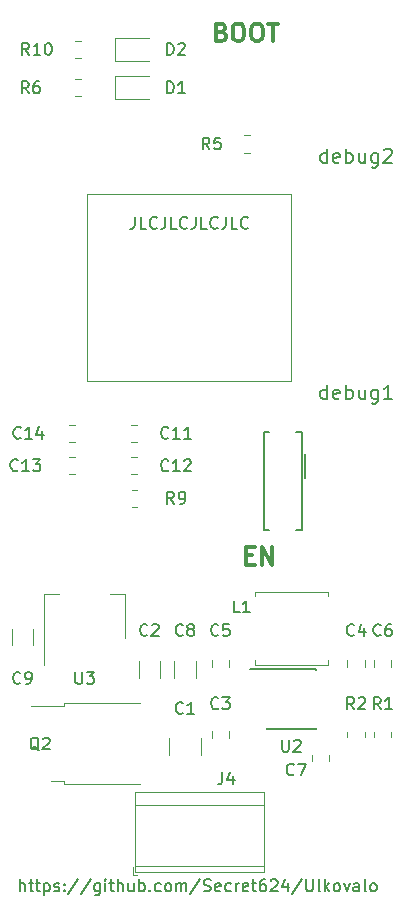
<source format=gbr>
%TF.GenerationSoftware,KiCad,Pcbnew,7.0.1*%
%TF.CreationDate,2023-11-18T18:12:55+02:00*%
%TF.ProjectId,Ulkovalo,556c6b6f-7661-46c6-9f2e-6b696361645f,rev?*%
%TF.SameCoordinates,Original*%
%TF.FileFunction,Legend,Top*%
%TF.FilePolarity,Positive*%
%FSLAX46Y46*%
G04 Gerber Fmt 4.6, Leading zero omitted, Abs format (unit mm)*
G04 Created by KiCad (PCBNEW 7.0.1) date 2023-11-18 18:12:55*
%MOMM*%
%LPD*%
G01*
G04 APERTURE LIST*
%ADD10C,0.160000*%
%ADD11C,0.300000*%
%ADD12C,0.200000*%
%ADD13C,0.150000*%
%ADD14C,0.120000*%
%ADD15C,0.100000*%
G04 APERTURE END LIST*
D10*
X42538095Y-117277619D02*
X42538095Y-116277619D01*
X42966666Y-117277619D02*
X42966666Y-116753809D01*
X42966666Y-116753809D02*
X42919047Y-116658571D01*
X42919047Y-116658571D02*
X42823809Y-116610952D01*
X42823809Y-116610952D02*
X42680952Y-116610952D01*
X42680952Y-116610952D02*
X42585714Y-116658571D01*
X42585714Y-116658571D02*
X42538095Y-116706190D01*
X43300000Y-116610952D02*
X43680952Y-116610952D01*
X43442857Y-116277619D02*
X43442857Y-117134761D01*
X43442857Y-117134761D02*
X43490476Y-117230000D01*
X43490476Y-117230000D02*
X43585714Y-117277619D01*
X43585714Y-117277619D02*
X43680952Y-117277619D01*
X43871429Y-116610952D02*
X44252381Y-116610952D01*
X44014286Y-116277619D02*
X44014286Y-117134761D01*
X44014286Y-117134761D02*
X44061905Y-117230000D01*
X44061905Y-117230000D02*
X44157143Y-117277619D01*
X44157143Y-117277619D02*
X44252381Y-117277619D01*
X44585715Y-116610952D02*
X44585715Y-117610952D01*
X44585715Y-116658571D02*
X44680953Y-116610952D01*
X44680953Y-116610952D02*
X44871429Y-116610952D01*
X44871429Y-116610952D02*
X44966667Y-116658571D01*
X44966667Y-116658571D02*
X45014286Y-116706190D01*
X45014286Y-116706190D02*
X45061905Y-116801428D01*
X45061905Y-116801428D02*
X45061905Y-117087142D01*
X45061905Y-117087142D02*
X45014286Y-117182380D01*
X45014286Y-117182380D02*
X44966667Y-117230000D01*
X44966667Y-117230000D02*
X44871429Y-117277619D01*
X44871429Y-117277619D02*
X44680953Y-117277619D01*
X44680953Y-117277619D02*
X44585715Y-117230000D01*
X45442858Y-117230000D02*
X45538096Y-117277619D01*
X45538096Y-117277619D02*
X45728572Y-117277619D01*
X45728572Y-117277619D02*
X45823810Y-117230000D01*
X45823810Y-117230000D02*
X45871429Y-117134761D01*
X45871429Y-117134761D02*
X45871429Y-117087142D01*
X45871429Y-117087142D02*
X45823810Y-116991904D01*
X45823810Y-116991904D02*
X45728572Y-116944285D01*
X45728572Y-116944285D02*
X45585715Y-116944285D01*
X45585715Y-116944285D02*
X45490477Y-116896666D01*
X45490477Y-116896666D02*
X45442858Y-116801428D01*
X45442858Y-116801428D02*
X45442858Y-116753809D01*
X45442858Y-116753809D02*
X45490477Y-116658571D01*
X45490477Y-116658571D02*
X45585715Y-116610952D01*
X45585715Y-116610952D02*
X45728572Y-116610952D01*
X45728572Y-116610952D02*
X45823810Y-116658571D01*
X46300001Y-117182380D02*
X46347620Y-117230000D01*
X46347620Y-117230000D02*
X46300001Y-117277619D01*
X46300001Y-117277619D02*
X46252382Y-117230000D01*
X46252382Y-117230000D02*
X46300001Y-117182380D01*
X46300001Y-117182380D02*
X46300001Y-117277619D01*
X46300001Y-116658571D02*
X46347620Y-116706190D01*
X46347620Y-116706190D02*
X46300001Y-116753809D01*
X46300001Y-116753809D02*
X46252382Y-116706190D01*
X46252382Y-116706190D02*
X46300001Y-116658571D01*
X46300001Y-116658571D02*
X46300001Y-116753809D01*
X47490476Y-116230000D02*
X46633334Y-117515714D01*
X48538095Y-116230000D02*
X47680953Y-117515714D01*
X49300000Y-116610952D02*
X49300000Y-117420476D01*
X49300000Y-117420476D02*
X49252381Y-117515714D01*
X49252381Y-117515714D02*
X49204762Y-117563333D01*
X49204762Y-117563333D02*
X49109524Y-117610952D01*
X49109524Y-117610952D02*
X48966667Y-117610952D01*
X48966667Y-117610952D02*
X48871429Y-117563333D01*
X49300000Y-117230000D02*
X49204762Y-117277619D01*
X49204762Y-117277619D02*
X49014286Y-117277619D01*
X49014286Y-117277619D02*
X48919048Y-117230000D01*
X48919048Y-117230000D02*
X48871429Y-117182380D01*
X48871429Y-117182380D02*
X48823810Y-117087142D01*
X48823810Y-117087142D02*
X48823810Y-116801428D01*
X48823810Y-116801428D02*
X48871429Y-116706190D01*
X48871429Y-116706190D02*
X48919048Y-116658571D01*
X48919048Y-116658571D02*
X49014286Y-116610952D01*
X49014286Y-116610952D02*
X49204762Y-116610952D01*
X49204762Y-116610952D02*
X49300000Y-116658571D01*
X49776191Y-117277619D02*
X49776191Y-116610952D01*
X49776191Y-116277619D02*
X49728572Y-116325238D01*
X49728572Y-116325238D02*
X49776191Y-116372857D01*
X49776191Y-116372857D02*
X49823810Y-116325238D01*
X49823810Y-116325238D02*
X49776191Y-116277619D01*
X49776191Y-116277619D02*
X49776191Y-116372857D01*
X50109524Y-116610952D02*
X50490476Y-116610952D01*
X50252381Y-116277619D02*
X50252381Y-117134761D01*
X50252381Y-117134761D02*
X50300000Y-117230000D01*
X50300000Y-117230000D02*
X50395238Y-117277619D01*
X50395238Y-117277619D02*
X50490476Y-117277619D01*
X50823810Y-117277619D02*
X50823810Y-116277619D01*
X51252381Y-117277619D02*
X51252381Y-116753809D01*
X51252381Y-116753809D02*
X51204762Y-116658571D01*
X51204762Y-116658571D02*
X51109524Y-116610952D01*
X51109524Y-116610952D02*
X50966667Y-116610952D01*
X50966667Y-116610952D02*
X50871429Y-116658571D01*
X50871429Y-116658571D02*
X50823810Y-116706190D01*
X52157143Y-116610952D02*
X52157143Y-117277619D01*
X51728572Y-116610952D02*
X51728572Y-117134761D01*
X51728572Y-117134761D02*
X51776191Y-117230000D01*
X51776191Y-117230000D02*
X51871429Y-117277619D01*
X51871429Y-117277619D02*
X52014286Y-117277619D01*
X52014286Y-117277619D02*
X52109524Y-117230000D01*
X52109524Y-117230000D02*
X52157143Y-117182380D01*
X52633334Y-117277619D02*
X52633334Y-116277619D01*
X52633334Y-116658571D02*
X52728572Y-116610952D01*
X52728572Y-116610952D02*
X52919048Y-116610952D01*
X52919048Y-116610952D02*
X53014286Y-116658571D01*
X53014286Y-116658571D02*
X53061905Y-116706190D01*
X53061905Y-116706190D02*
X53109524Y-116801428D01*
X53109524Y-116801428D02*
X53109524Y-117087142D01*
X53109524Y-117087142D02*
X53061905Y-117182380D01*
X53061905Y-117182380D02*
X53014286Y-117230000D01*
X53014286Y-117230000D02*
X52919048Y-117277619D01*
X52919048Y-117277619D02*
X52728572Y-117277619D01*
X52728572Y-117277619D02*
X52633334Y-117230000D01*
X53538096Y-117182380D02*
X53585715Y-117230000D01*
X53585715Y-117230000D02*
X53538096Y-117277619D01*
X53538096Y-117277619D02*
X53490477Y-117230000D01*
X53490477Y-117230000D02*
X53538096Y-117182380D01*
X53538096Y-117182380D02*
X53538096Y-117277619D01*
X54442857Y-117230000D02*
X54347619Y-117277619D01*
X54347619Y-117277619D02*
X54157143Y-117277619D01*
X54157143Y-117277619D02*
X54061905Y-117230000D01*
X54061905Y-117230000D02*
X54014286Y-117182380D01*
X54014286Y-117182380D02*
X53966667Y-117087142D01*
X53966667Y-117087142D02*
X53966667Y-116801428D01*
X53966667Y-116801428D02*
X54014286Y-116706190D01*
X54014286Y-116706190D02*
X54061905Y-116658571D01*
X54061905Y-116658571D02*
X54157143Y-116610952D01*
X54157143Y-116610952D02*
X54347619Y-116610952D01*
X54347619Y-116610952D02*
X54442857Y-116658571D01*
X55014286Y-117277619D02*
X54919048Y-117230000D01*
X54919048Y-117230000D02*
X54871429Y-117182380D01*
X54871429Y-117182380D02*
X54823810Y-117087142D01*
X54823810Y-117087142D02*
X54823810Y-116801428D01*
X54823810Y-116801428D02*
X54871429Y-116706190D01*
X54871429Y-116706190D02*
X54919048Y-116658571D01*
X54919048Y-116658571D02*
X55014286Y-116610952D01*
X55014286Y-116610952D02*
X55157143Y-116610952D01*
X55157143Y-116610952D02*
X55252381Y-116658571D01*
X55252381Y-116658571D02*
X55300000Y-116706190D01*
X55300000Y-116706190D02*
X55347619Y-116801428D01*
X55347619Y-116801428D02*
X55347619Y-117087142D01*
X55347619Y-117087142D02*
X55300000Y-117182380D01*
X55300000Y-117182380D02*
X55252381Y-117230000D01*
X55252381Y-117230000D02*
X55157143Y-117277619D01*
X55157143Y-117277619D02*
X55014286Y-117277619D01*
X55776191Y-117277619D02*
X55776191Y-116610952D01*
X55776191Y-116706190D02*
X55823810Y-116658571D01*
X55823810Y-116658571D02*
X55919048Y-116610952D01*
X55919048Y-116610952D02*
X56061905Y-116610952D01*
X56061905Y-116610952D02*
X56157143Y-116658571D01*
X56157143Y-116658571D02*
X56204762Y-116753809D01*
X56204762Y-116753809D02*
X56204762Y-117277619D01*
X56204762Y-116753809D02*
X56252381Y-116658571D01*
X56252381Y-116658571D02*
X56347619Y-116610952D01*
X56347619Y-116610952D02*
X56490476Y-116610952D01*
X56490476Y-116610952D02*
X56585715Y-116658571D01*
X56585715Y-116658571D02*
X56633334Y-116753809D01*
X56633334Y-116753809D02*
X56633334Y-117277619D01*
X57823809Y-116230000D02*
X56966667Y-117515714D01*
X58109524Y-117230000D02*
X58252381Y-117277619D01*
X58252381Y-117277619D02*
X58490476Y-117277619D01*
X58490476Y-117277619D02*
X58585714Y-117230000D01*
X58585714Y-117230000D02*
X58633333Y-117182380D01*
X58633333Y-117182380D02*
X58680952Y-117087142D01*
X58680952Y-117087142D02*
X58680952Y-116991904D01*
X58680952Y-116991904D02*
X58633333Y-116896666D01*
X58633333Y-116896666D02*
X58585714Y-116849047D01*
X58585714Y-116849047D02*
X58490476Y-116801428D01*
X58490476Y-116801428D02*
X58300000Y-116753809D01*
X58300000Y-116753809D02*
X58204762Y-116706190D01*
X58204762Y-116706190D02*
X58157143Y-116658571D01*
X58157143Y-116658571D02*
X58109524Y-116563333D01*
X58109524Y-116563333D02*
X58109524Y-116468095D01*
X58109524Y-116468095D02*
X58157143Y-116372857D01*
X58157143Y-116372857D02*
X58204762Y-116325238D01*
X58204762Y-116325238D02*
X58300000Y-116277619D01*
X58300000Y-116277619D02*
X58538095Y-116277619D01*
X58538095Y-116277619D02*
X58680952Y-116325238D01*
X59490476Y-117230000D02*
X59395238Y-117277619D01*
X59395238Y-117277619D02*
X59204762Y-117277619D01*
X59204762Y-117277619D02*
X59109524Y-117230000D01*
X59109524Y-117230000D02*
X59061905Y-117134761D01*
X59061905Y-117134761D02*
X59061905Y-116753809D01*
X59061905Y-116753809D02*
X59109524Y-116658571D01*
X59109524Y-116658571D02*
X59204762Y-116610952D01*
X59204762Y-116610952D02*
X59395238Y-116610952D01*
X59395238Y-116610952D02*
X59490476Y-116658571D01*
X59490476Y-116658571D02*
X59538095Y-116753809D01*
X59538095Y-116753809D02*
X59538095Y-116849047D01*
X59538095Y-116849047D02*
X59061905Y-116944285D01*
X60395238Y-117230000D02*
X60300000Y-117277619D01*
X60300000Y-117277619D02*
X60109524Y-117277619D01*
X60109524Y-117277619D02*
X60014286Y-117230000D01*
X60014286Y-117230000D02*
X59966667Y-117182380D01*
X59966667Y-117182380D02*
X59919048Y-117087142D01*
X59919048Y-117087142D02*
X59919048Y-116801428D01*
X59919048Y-116801428D02*
X59966667Y-116706190D01*
X59966667Y-116706190D02*
X60014286Y-116658571D01*
X60014286Y-116658571D02*
X60109524Y-116610952D01*
X60109524Y-116610952D02*
X60300000Y-116610952D01*
X60300000Y-116610952D02*
X60395238Y-116658571D01*
X60823810Y-117277619D02*
X60823810Y-116610952D01*
X60823810Y-116801428D02*
X60871429Y-116706190D01*
X60871429Y-116706190D02*
X60919048Y-116658571D01*
X60919048Y-116658571D02*
X61014286Y-116610952D01*
X61014286Y-116610952D02*
X61109524Y-116610952D01*
X61823810Y-117230000D02*
X61728572Y-117277619D01*
X61728572Y-117277619D02*
X61538096Y-117277619D01*
X61538096Y-117277619D02*
X61442858Y-117230000D01*
X61442858Y-117230000D02*
X61395239Y-117134761D01*
X61395239Y-117134761D02*
X61395239Y-116753809D01*
X61395239Y-116753809D02*
X61442858Y-116658571D01*
X61442858Y-116658571D02*
X61538096Y-116610952D01*
X61538096Y-116610952D02*
X61728572Y-116610952D01*
X61728572Y-116610952D02*
X61823810Y-116658571D01*
X61823810Y-116658571D02*
X61871429Y-116753809D01*
X61871429Y-116753809D02*
X61871429Y-116849047D01*
X61871429Y-116849047D02*
X61395239Y-116944285D01*
X62157144Y-116610952D02*
X62538096Y-116610952D01*
X62300001Y-116277619D02*
X62300001Y-117134761D01*
X62300001Y-117134761D02*
X62347620Y-117230000D01*
X62347620Y-117230000D02*
X62442858Y-117277619D01*
X62442858Y-117277619D02*
X62538096Y-117277619D01*
X63300001Y-116277619D02*
X63109525Y-116277619D01*
X63109525Y-116277619D02*
X63014287Y-116325238D01*
X63014287Y-116325238D02*
X62966668Y-116372857D01*
X62966668Y-116372857D02*
X62871430Y-116515714D01*
X62871430Y-116515714D02*
X62823811Y-116706190D01*
X62823811Y-116706190D02*
X62823811Y-117087142D01*
X62823811Y-117087142D02*
X62871430Y-117182380D01*
X62871430Y-117182380D02*
X62919049Y-117230000D01*
X62919049Y-117230000D02*
X63014287Y-117277619D01*
X63014287Y-117277619D02*
X63204763Y-117277619D01*
X63204763Y-117277619D02*
X63300001Y-117230000D01*
X63300001Y-117230000D02*
X63347620Y-117182380D01*
X63347620Y-117182380D02*
X63395239Y-117087142D01*
X63395239Y-117087142D02*
X63395239Y-116849047D01*
X63395239Y-116849047D02*
X63347620Y-116753809D01*
X63347620Y-116753809D02*
X63300001Y-116706190D01*
X63300001Y-116706190D02*
X63204763Y-116658571D01*
X63204763Y-116658571D02*
X63014287Y-116658571D01*
X63014287Y-116658571D02*
X62919049Y-116706190D01*
X62919049Y-116706190D02*
X62871430Y-116753809D01*
X62871430Y-116753809D02*
X62823811Y-116849047D01*
X63776192Y-116372857D02*
X63823811Y-116325238D01*
X63823811Y-116325238D02*
X63919049Y-116277619D01*
X63919049Y-116277619D02*
X64157144Y-116277619D01*
X64157144Y-116277619D02*
X64252382Y-116325238D01*
X64252382Y-116325238D02*
X64300001Y-116372857D01*
X64300001Y-116372857D02*
X64347620Y-116468095D01*
X64347620Y-116468095D02*
X64347620Y-116563333D01*
X64347620Y-116563333D02*
X64300001Y-116706190D01*
X64300001Y-116706190D02*
X63728573Y-117277619D01*
X63728573Y-117277619D02*
X64347620Y-117277619D01*
X65204763Y-116610952D02*
X65204763Y-117277619D01*
X64966668Y-116230000D02*
X64728573Y-116944285D01*
X64728573Y-116944285D02*
X65347620Y-116944285D01*
X66442858Y-116230000D02*
X65585716Y-117515714D01*
X66776192Y-116277619D02*
X66776192Y-117087142D01*
X66776192Y-117087142D02*
X66823811Y-117182380D01*
X66823811Y-117182380D02*
X66871430Y-117230000D01*
X66871430Y-117230000D02*
X66966668Y-117277619D01*
X66966668Y-117277619D02*
X67157144Y-117277619D01*
X67157144Y-117277619D02*
X67252382Y-117230000D01*
X67252382Y-117230000D02*
X67300001Y-117182380D01*
X67300001Y-117182380D02*
X67347620Y-117087142D01*
X67347620Y-117087142D02*
X67347620Y-116277619D01*
X67966668Y-117277619D02*
X67871430Y-117230000D01*
X67871430Y-117230000D02*
X67823811Y-117134761D01*
X67823811Y-117134761D02*
X67823811Y-116277619D01*
X68347621Y-117277619D02*
X68347621Y-116277619D01*
X68442859Y-116896666D02*
X68728573Y-117277619D01*
X68728573Y-116610952D02*
X68347621Y-116991904D01*
X69300002Y-117277619D02*
X69204764Y-117230000D01*
X69204764Y-117230000D02*
X69157145Y-117182380D01*
X69157145Y-117182380D02*
X69109526Y-117087142D01*
X69109526Y-117087142D02*
X69109526Y-116801428D01*
X69109526Y-116801428D02*
X69157145Y-116706190D01*
X69157145Y-116706190D02*
X69204764Y-116658571D01*
X69204764Y-116658571D02*
X69300002Y-116610952D01*
X69300002Y-116610952D02*
X69442859Y-116610952D01*
X69442859Y-116610952D02*
X69538097Y-116658571D01*
X69538097Y-116658571D02*
X69585716Y-116706190D01*
X69585716Y-116706190D02*
X69633335Y-116801428D01*
X69633335Y-116801428D02*
X69633335Y-117087142D01*
X69633335Y-117087142D02*
X69585716Y-117182380D01*
X69585716Y-117182380D02*
X69538097Y-117230000D01*
X69538097Y-117230000D02*
X69442859Y-117277619D01*
X69442859Y-117277619D02*
X69300002Y-117277619D01*
X69966669Y-116610952D02*
X70204764Y-117277619D01*
X70204764Y-117277619D02*
X70442859Y-116610952D01*
X71252383Y-117277619D02*
X71252383Y-116753809D01*
X71252383Y-116753809D02*
X71204764Y-116658571D01*
X71204764Y-116658571D02*
X71109526Y-116610952D01*
X71109526Y-116610952D02*
X70919050Y-116610952D01*
X70919050Y-116610952D02*
X70823812Y-116658571D01*
X71252383Y-117230000D02*
X71157145Y-117277619D01*
X71157145Y-117277619D02*
X70919050Y-117277619D01*
X70919050Y-117277619D02*
X70823812Y-117230000D01*
X70823812Y-117230000D02*
X70776193Y-117134761D01*
X70776193Y-117134761D02*
X70776193Y-117039523D01*
X70776193Y-117039523D02*
X70823812Y-116944285D01*
X70823812Y-116944285D02*
X70919050Y-116896666D01*
X70919050Y-116896666D02*
X71157145Y-116896666D01*
X71157145Y-116896666D02*
X71252383Y-116849047D01*
X71871431Y-117277619D02*
X71776193Y-117230000D01*
X71776193Y-117230000D02*
X71728574Y-117134761D01*
X71728574Y-117134761D02*
X71728574Y-116277619D01*
X72395241Y-117277619D02*
X72300003Y-117230000D01*
X72300003Y-117230000D02*
X72252384Y-117182380D01*
X72252384Y-117182380D02*
X72204765Y-117087142D01*
X72204765Y-117087142D02*
X72204765Y-116801428D01*
X72204765Y-116801428D02*
X72252384Y-116706190D01*
X72252384Y-116706190D02*
X72300003Y-116658571D01*
X72300003Y-116658571D02*
X72395241Y-116610952D01*
X72395241Y-116610952D02*
X72538098Y-116610952D01*
X72538098Y-116610952D02*
X72633336Y-116658571D01*
X72633336Y-116658571D02*
X72680955Y-116706190D01*
X72680955Y-116706190D02*
X72728574Y-116801428D01*
X72728574Y-116801428D02*
X72728574Y-117087142D01*
X72728574Y-117087142D02*
X72680955Y-117182380D01*
X72680955Y-117182380D02*
X72633336Y-117230000D01*
X72633336Y-117230000D02*
X72538098Y-117277619D01*
X72538098Y-117277619D02*
X72395241Y-117277619D01*
X52273809Y-60177619D02*
X52273809Y-60891904D01*
X52273809Y-60891904D02*
X52226190Y-61034761D01*
X52226190Y-61034761D02*
X52130952Y-61130000D01*
X52130952Y-61130000D02*
X51988095Y-61177619D01*
X51988095Y-61177619D02*
X51892857Y-61177619D01*
X53226190Y-61177619D02*
X52750000Y-61177619D01*
X52750000Y-61177619D02*
X52750000Y-60177619D01*
X54130952Y-61082380D02*
X54083333Y-61130000D01*
X54083333Y-61130000D02*
X53940476Y-61177619D01*
X53940476Y-61177619D02*
X53845238Y-61177619D01*
X53845238Y-61177619D02*
X53702381Y-61130000D01*
X53702381Y-61130000D02*
X53607143Y-61034761D01*
X53607143Y-61034761D02*
X53559524Y-60939523D01*
X53559524Y-60939523D02*
X53511905Y-60749047D01*
X53511905Y-60749047D02*
X53511905Y-60606190D01*
X53511905Y-60606190D02*
X53559524Y-60415714D01*
X53559524Y-60415714D02*
X53607143Y-60320476D01*
X53607143Y-60320476D02*
X53702381Y-60225238D01*
X53702381Y-60225238D02*
X53845238Y-60177619D01*
X53845238Y-60177619D02*
X53940476Y-60177619D01*
X53940476Y-60177619D02*
X54083333Y-60225238D01*
X54083333Y-60225238D02*
X54130952Y-60272857D01*
X54845238Y-60177619D02*
X54845238Y-60891904D01*
X54845238Y-60891904D02*
X54797619Y-61034761D01*
X54797619Y-61034761D02*
X54702381Y-61130000D01*
X54702381Y-61130000D02*
X54559524Y-61177619D01*
X54559524Y-61177619D02*
X54464286Y-61177619D01*
X55797619Y-61177619D02*
X55321429Y-61177619D01*
X55321429Y-61177619D02*
X55321429Y-60177619D01*
X56702381Y-61082380D02*
X56654762Y-61130000D01*
X56654762Y-61130000D02*
X56511905Y-61177619D01*
X56511905Y-61177619D02*
X56416667Y-61177619D01*
X56416667Y-61177619D02*
X56273810Y-61130000D01*
X56273810Y-61130000D02*
X56178572Y-61034761D01*
X56178572Y-61034761D02*
X56130953Y-60939523D01*
X56130953Y-60939523D02*
X56083334Y-60749047D01*
X56083334Y-60749047D02*
X56083334Y-60606190D01*
X56083334Y-60606190D02*
X56130953Y-60415714D01*
X56130953Y-60415714D02*
X56178572Y-60320476D01*
X56178572Y-60320476D02*
X56273810Y-60225238D01*
X56273810Y-60225238D02*
X56416667Y-60177619D01*
X56416667Y-60177619D02*
X56511905Y-60177619D01*
X56511905Y-60177619D02*
X56654762Y-60225238D01*
X56654762Y-60225238D02*
X56702381Y-60272857D01*
X57416667Y-60177619D02*
X57416667Y-60891904D01*
X57416667Y-60891904D02*
X57369048Y-61034761D01*
X57369048Y-61034761D02*
X57273810Y-61130000D01*
X57273810Y-61130000D02*
X57130953Y-61177619D01*
X57130953Y-61177619D02*
X57035715Y-61177619D01*
X58369048Y-61177619D02*
X57892858Y-61177619D01*
X57892858Y-61177619D02*
X57892858Y-60177619D01*
X59273810Y-61082380D02*
X59226191Y-61130000D01*
X59226191Y-61130000D02*
X59083334Y-61177619D01*
X59083334Y-61177619D02*
X58988096Y-61177619D01*
X58988096Y-61177619D02*
X58845239Y-61130000D01*
X58845239Y-61130000D02*
X58750001Y-61034761D01*
X58750001Y-61034761D02*
X58702382Y-60939523D01*
X58702382Y-60939523D02*
X58654763Y-60749047D01*
X58654763Y-60749047D02*
X58654763Y-60606190D01*
X58654763Y-60606190D02*
X58702382Y-60415714D01*
X58702382Y-60415714D02*
X58750001Y-60320476D01*
X58750001Y-60320476D02*
X58845239Y-60225238D01*
X58845239Y-60225238D02*
X58988096Y-60177619D01*
X58988096Y-60177619D02*
X59083334Y-60177619D01*
X59083334Y-60177619D02*
X59226191Y-60225238D01*
X59226191Y-60225238D02*
X59273810Y-60272857D01*
X59988096Y-60177619D02*
X59988096Y-60891904D01*
X59988096Y-60891904D02*
X59940477Y-61034761D01*
X59940477Y-61034761D02*
X59845239Y-61130000D01*
X59845239Y-61130000D02*
X59702382Y-61177619D01*
X59702382Y-61177619D02*
X59607144Y-61177619D01*
X60940477Y-61177619D02*
X60464287Y-61177619D01*
X60464287Y-61177619D02*
X60464287Y-60177619D01*
X61845239Y-61082380D02*
X61797620Y-61130000D01*
X61797620Y-61130000D02*
X61654763Y-61177619D01*
X61654763Y-61177619D02*
X61559525Y-61177619D01*
X61559525Y-61177619D02*
X61416668Y-61130000D01*
X61416668Y-61130000D02*
X61321430Y-61034761D01*
X61321430Y-61034761D02*
X61273811Y-60939523D01*
X61273811Y-60939523D02*
X61226192Y-60749047D01*
X61226192Y-60749047D02*
X61226192Y-60606190D01*
X61226192Y-60606190D02*
X61273811Y-60415714D01*
X61273811Y-60415714D02*
X61321430Y-60320476D01*
X61321430Y-60320476D02*
X61416668Y-60225238D01*
X61416668Y-60225238D02*
X61559525Y-60177619D01*
X61559525Y-60177619D02*
X61654763Y-60177619D01*
X61654763Y-60177619D02*
X61797620Y-60225238D01*
X61797620Y-60225238D02*
X61845239Y-60272857D01*
D11*
X59607142Y-44530714D02*
X59821428Y-44602142D01*
X59821428Y-44602142D02*
X59892857Y-44673571D01*
X59892857Y-44673571D02*
X59964285Y-44816428D01*
X59964285Y-44816428D02*
X59964285Y-45030714D01*
X59964285Y-45030714D02*
X59892857Y-45173571D01*
X59892857Y-45173571D02*
X59821428Y-45245000D01*
X59821428Y-45245000D02*
X59678571Y-45316428D01*
X59678571Y-45316428D02*
X59107142Y-45316428D01*
X59107142Y-45316428D02*
X59107142Y-43816428D01*
X59107142Y-43816428D02*
X59607142Y-43816428D01*
X59607142Y-43816428D02*
X59750000Y-43887857D01*
X59750000Y-43887857D02*
X59821428Y-43959285D01*
X59821428Y-43959285D02*
X59892857Y-44102142D01*
X59892857Y-44102142D02*
X59892857Y-44245000D01*
X59892857Y-44245000D02*
X59821428Y-44387857D01*
X59821428Y-44387857D02*
X59750000Y-44459285D01*
X59750000Y-44459285D02*
X59607142Y-44530714D01*
X59607142Y-44530714D02*
X59107142Y-44530714D01*
X60892857Y-43816428D02*
X61178571Y-43816428D01*
X61178571Y-43816428D02*
X61321428Y-43887857D01*
X61321428Y-43887857D02*
X61464285Y-44030714D01*
X61464285Y-44030714D02*
X61535714Y-44316428D01*
X61535714Y-44316428D02*
X61535714Y-44816428D01*
X61535714Y-44816428D02*
X61464285Y-45102142D01*
X61464285Y-45102142D02*
X61321428Y-45245000D01*
X61321428Y-45245000D02*
X61178571Y-45316428D01*
X61178571Y-45316428D02*
X60892857Y-45316428D01*
X60892857Y-45316428D02*
X60750000Y-45245000D01*
X60750000Y-45245000D02*
X60607142Y-45102142D01*
X60607142Y-45102142D02*
X60535714Y-44816428D01*
X60535714Y-44816428D02*
X60535714Y-44316428D01*
X60535714Y-44316428D02*
X60607142Y-44030714D01*
X60607142Y-44030714D02*
X60750000Y-43887857D01*
X60750000Y-43887857D02*
X60892857Y-43816428D01*
X62464286Y-43816428D02*
X62750000Y-43816428D01*
X62750000Y-43816428D02*
X62892857Y-43887857D01*
X62892857Y-43887857D02*
X63035714Y-44030714D01*
X63035714Y-44030714D02*
X63107143Y-44316428D01*
X63107143Y-44316428D02*
X63107143Y-44816428D01*
X63107143Y-44816428D02*
X63035714Y-45102142D01*
X63035714Y-45102142D02*
X62892857Y-45245000D01*
X62892857Y-45245000D02*
X62750000Y-45316428D01*
X62750000Y-45316428D02*
X62464286Y-45316428D01*
X62464286Y-45316428D02*
X62321429Y-45245000D01*
X62321429Y-45245000D02*
X62178571Y-45102142D01*
X62178571Y-45102142D02*
X62107143Y-44816428D01*
X62107143Y-44816428D02*
X62107143Y-44316428D01*
X62107143Y-44316428D02*
X62178571Y-44030714D01*
X62178571Y-44030714D02*
X62321429Y-43887857D01*
X62321429Y-43887857D02*
X62464286Y-43816428D01*
X63535715Y-43816428D02*
X64392858Y-43816428D01*
X63964286Y-45316428D02*
X63964286Y-43816428D01*
X61707142Y-88830714D02*
X62207142Y-88830714D01*
X62421428Y-89616428D02*
X61707142Y-89616428D01*
X61707142Y-89616428D02*
X61707142Y-88116428D01*
X61707142Y-88116428D02*
X62421428Y-88116428D01*
X63064285Y-89616428D02*
X63064285Y-88116428D01*
X63064285Y-88116428D02*
X63921428Y-89616428D01*
X63921428Y-89616428D02*
X63921428Y-88116428D01*
D12*
X68550000Y-75603142D02*
X68550000Y-74403142D01*
X68550000Y-75546000D02*
X68435714Y-75603142D01*
X68435714Y-75603142D02*
X68207142Y-75603142D01*
X68207142Y-75603142D02*
X68092857Y-75546000D01*
X68092857Y-75546000D02*
X68035714Y-75488857D01*
X68035714Y-75488857D02*
X67978571Y-75374571D01*
X67978571Y-75374571D02*
X67978571Y-75031714D01*
X67978571Y-75031714D02*
X68035714Y-74917428D01*
X68035714Y-74917428D02*
X68092857Y-74860285D01*
X68092857Y-74860285D02*
X68207142Y-74803142D01*
X68207142Y-74803142D02*
X68435714Y-74803142D01*
X68435714Y-74803142D02*
X68550000Y-74860285D01*
X69578571Y-75546000D02*
X69464285Y-75603142D01*
X69464285Y-75603142D02*
X69235714Y-75603142D01*
X69235714Y-75603142D02*
X69121428Y-75546000D01*
X69121428Y-75546000D02*
X69064285Y-75431714D01*
X69064285Y-75431714D02*
X69064285Y-74974571D01*
X69064285Y-74974571D02*
X69121428Y-74860285D01*
X69121428Y-74860285D02*
X69235714Y-74803142D01*
X69235714Y-74803142D02*
X69464285Y-74803142D01*
X69464285Y-74803142D02*
X69578571Y-74860285D01*
X69578571Y-74860285D02*
X69635714Y-74974571D01*
X69635714Y-74974571D02*
X69635714Y-75088857D01*
X69635714Y-75088857D02*
X69064285Y-75203142D01*
X70149999Y-75603142D02*
X70149999Y-74403142D01*
X70149999Y-74860285D02*
X70264285Y-74803142D01*
X70264285Y-74803142D02*
X70492856Y-74803142D01*
X70492856Y-74803142D02*
X70607142Y-74860285D01*
X70607142Y-74860285D02*
X70664285Y-74917428D01*
X70664285Y-74917428D02*
X70721427Y-75031714D01*
X70721427Y-75031714D02*
X70721427Y-75374571D01*
X70721427Y-75374571D02*
X70664285Y-75488857D01*
X70664285Y-75488857D02*
X70607142Y-75546000D01*
X70607142Y-75546000D02*
X70492856Y-75603142D01*
X70492856Y-75603142D02*
X70264285Y-75603142D01*
X70264285Y-75603142D02*
X70149999Y-75546000D01*
X71749999Y-74803142D02*
X71749999Y-75603142D01*
X71235713Y-74803142D02*
X71235713Y-75431714D01*
X71235713Y-75431714D02*
X71292856Y-75546000D01*
X71292856Y-75546000D02*
X71407141Y-75603142D01*
X71407141Y-75603142D02*
X71578570Y-75603142D01*
X71578570Y-75603142D02*
X71692856Y-75546000D01*
X71692856Y-75546000D02*
X71749999Y-75488857D01*
X72835713Y-74803142D02*
X72835713Y-75774571D01*
X72835713Y-75774571D02*
X72778570Y-75888857D01*
X72778570Y-75888857D02*
X72721427Y-75946000D01*
X72721427Y-75946000D02*
X72607141Y-76003142D01*
X72607141Y-76003142D02*
X72435713Y-76003142D01*
X72435713Y-76003142D02*
X72321427Y-75946000D01*
X72835713Y-75546000D02*
X72721427Y-75603142D01*
X72721427Y-75603142D02*
X72492855Y-75603142D01*
X72492855Y-75603142D02*
X72378570Y-75546000D01*
X72378570Y-75546000D02*
X72321427Y-75488857D01*
X72321427Y-75488857D02*
X72264284Y-75374571D01*
X72264284Y-75374571D02*
X72264284Y-75031714D01*
X72264284Y-75031714D02*
X72321427Y-74917428D01*
X72321427Y-74917428D02*
X72378570Y-74860285D01*
X72378570Y-74860285D02*
X72492855Y-74803142D01*
X72492855Y-74803142D02*
X72721427Y-74803142D01*
X72721427Y-74803142D02*
X72835713Y-74860285D01*
X74035712Y-75603142D02*
X73349998Y-75603142D01*
X73692855Y-75603142D02*
X73692855Y-74403142D01*
X73692855Y-74403142D02*
X73578569Y-74574571D01*
X73578569Y-74574571D02*
X73464284Y-74688857D01*
X73464284Y-74688857D02*
X73349998Y-74746000D01*
X68550000Y-55603142D02*
X68550000Y-54403142D01*
X68550000Y-55546000D02*
X68435714Y-55603142D01*
X68435714Y-55603142D02*
X68207142Y-55603142D01*
X68207142Y-55603142D02*
X68092857Y-55546000D01*
X68092857Y-55546000D02*
X68035714Y-55488857D01*
X68035714Y-55488857D02*
X67978571Y-55374571D01*
X67978571Y-55374571D02*
X67978571Y-55031714D01*
X67978571Y-55031714D02*
X68035714Y-54917428D01*
X68035714Y-54917428D02*
X68092857Y-54860285D01*
X68092857Y-54860285D02*
X68207142Y-54803142D01*
X68207142Y-54803142D02*
X68435714Y-54803142D01*
X68435714Y-54803142D02*
X68550000Y-54860285D01*
X69578571Y-55546000D02*
X69464285Y-55603142D01*
X69464285Y-55603142D02*
X69235714Y-55603142D01*
X69235714Y-55603142D02*
X69121428Y-55546000D01*
X69121428Y-55546000D02*
X69064285Y-55431714D01*
X69064285Y-55431714D02*
X69064285Y-54974571D01*
X69064285Y-54974571D02*
X69121428Y-54860285D01*
X69121428Y-54860285D02*
X69235714Y-54803142D01*
X69235714Y-54803142D02*
X69464285Y-54803142D01*
X69464285Y-54803142D02*
X69578571Y-54860285D01*
X69578571Y-54860285D02*
X69635714Y-54974571D01*
X69635714Y-54974571D02*
X69635714Y-55088857D01*
X69635714Y-55088857D02*
X69064285Y-55203142D01*
X70149999Y-55603142D02*
X70149999Y-54403142D01*
X70149999Y-54860285D02*
X70264285Y-54803142D01*
X70264285Y-54803142D02*
X70492856Y-54803142D01*
X70492856Y-54803142D02*
X70607142Y-54860285D01*
X70607142Y-54860285D02*
X70664285Y-54917428D01*
X70664285Y-54917428D02*
X70721427Y-55031714D01*
X70721427Y-55031714D02*
X70721427Y-55374571D01*
X70721427Y-55374571D02*
X70664285Y-55488857D01*
X70664285Y-55488857D02*
X70607142Y-55546000D01*
X70607142Y-55546000D02*
X70492856Y-55603142D01*
X70492856Y-55603142D02*
X70264285Y-55603142D01*
X70264285Y-55603142D02*
X70149999Y-55546000D01*
X71749999Y-54803142D02*
X71749999Y-55603142D01*
X71235713Y-54803142D02*
X71235713Y-55431714D01*
X71235713Y-55431714D02*
X71292856Y-55546000D01*
X71292856Y-55546000D02*
X71407141Y-55603142D01*
X71407141Y-55603142D02*
X71578570Y-55603142D01*
X71578570Y-55603142D02*
X71692856Y-55546000D01*
X71692856Y-55546000D02*
X71749999Y-55488857D01*
X72835713Y-54803142D02*
X72835713Y-55774571D01*
X72835713Y-55774571D02*
X72778570Y-55888857D01*
X72778570Y-55888857D02*
X72721427Y-55946000D01*
X72721427Y-55946000D02*
X72607141Y-56003142D01*
X72607141Y-56003142D02*
X72435713Y-56003142D01*
X72435713Y-56003142D02*
X72321427Y-55946000D01*
X72835713Y-55546000D02*
X72721427Y-55603142D01*
X72721427Y-55603142D02*
X72492855Y-55603142D01*
X72492855Y-55603142D02*
X72378570Y-55546000D01*
X72378570Y-55546000D02*
X72321427Y-55488857D01*
X72321427Y-55488857D02*
X72264284Y-55374571D01*
X72264284Y-55374571D02*
X72264284Y-55031714D01*
X72264284Y-55031714D02*
X72321427Y-54917428D01*
X72321427Y-54917428D02*
X72378570Y-54860285D01*
X72378570Y-54860285D02*
X72492855Y-54803142D01*
X72492855Y-54803142D02*
X72721427Y-54803142D01*
X72721427Y-54803142D02*
X72835713Y-54860285D01*
X73349998Y-54517428D02*
X73407141Y-54460285D01*
X73407141Y-54460285D02*
X73521427Y-54403142D01*
X73521427Y-54403142D02*
X73807141Y-54403142D01*
X73807141Y-54403142D02*
X73921427Y-54460285D01*
X73921427Y-54460285D02*
X73978569Y-54517428D01*
X73978569Y-54517428D02*
X74035712Y-54631714D01*
X74035712Y-54631714D02*
X74035712Y-54746000D01*
X74035712Y-54746000D02*
X73978569Y-54917428D01*
X73978569Y-54917428D02*
X73292855Y-55603142D01*
X73292855Y-55603142D02*
X74035712Y-55603142D01*
D13*
%TO.C,C2*%
X53333333Y-95567380D02*
X53285714Y-95615000D01*
X53285714Y-95615000D02*
X53142857Y-95662619D01*
X53142857Y-95662619D02*
X53047619Y-95662619D01*
X53047619Y-95662619D02*
X52904762Y-95615000D01*
X52904762Y-95615000D02*
X52809524Y-95519761D01*
X52809524Y-95519761D02*
X52761905Y-95424523D01*
X52761905Y-95424523D02*
X52714286Y-95234047D01*
X52714286Y-95234047D02*
X52714286Y-95091190D01*
X52714286Y-95091190D02*
X52761905Y-94900714D01*
X52761905Y-94900714D02*
X52809524Y-94805476D01*
X52809524Y-94805476D02*
X52904762Y-94710238D01*
X52904762Y-94710238D02*
X53047619Y-94662619D01*
X53047619Y-94662619D02*
X53142857Y-94662619D01*
X53142857Y-94662619D02*
X53285714Y-94710238D01*
X53285714Y-94710238D02*
X53333333Y-94757857D01*
X53714286Y-94757857D02*
X53761905Y-94710238D01*
X53761905Y-94710238D02*
X53857143Y-94662619D01*
X53857143Y-94662619D02*
X54095238Y-94662619D01*
X54095238Y-94662619D02*
X54190476Y-94710238D01*
X54190476Y-94710238D02*
X54238095Y-94757857D01*
X54238095Y-94757857D02*
X54285714Y-94853095D01*
X54285714Y-94853095D02*
X54285714Y-94948333D01*
X54285714Y-94948333D02*
X54238095Y-95091190D01*
X54238095Y-95091190D02*
X53666667Y-95662619D01*
X53666667Y-95662619D02*
X54285714Y-95662619D01*
%TO.C,C12*%
X55107142Y-81617380D02*
X55059523Y-81665000D01*
X55059523Y-81665000D02*
X54916666Y-81712619D01*
X54916666Y-81712619D02*
X54821428Y-81712619D01*
X54821428Y-81712619D02*
X54678571Y-81665000D01*
X54678571Y-81665000D02*
X54583333Y-81569761D01*
X54583333Y-81569761D02*
X54535714Y-81474523D01*
X54535714Y-81474523D02*
X54488095Y-81284047D01*
X54488095Y-81284047D02*
X54488095Y-81141190D01*
X54488095Y-81141190D02*
X54535714Y-80950714D01*
X54535714Y-80950714D02*
X54583333Y-80855476D01*
X54583333Y-80855476D02*
X54678571Y-80760238D01*
X54678571Y-80760238D02*
X54821428Y-80712619D01*
X54821428Y-80712619D02*
X54916666Y-80712619D01*
X54916666Y-80712619D02*
X55059523Y-80760238D01*
X55059523Y-80760238D02*
X55107142Y-80807857D01*
X56059523Y-81712619D02*
X55488095Y-81712619D01*
X55773809Y-81712619D02*
X55773809Y-80712619D01*
X55773809Y-80712619D02*
X55678571Y-80855476D01*
X55678571Y-80855476D02*
X55583333Y-80950714D01*
X55583333Y-80950714D02*
X55488095Y-80998333D01*
X56440476Y-80807857D02*
X56488095Y-80760238D01*
X56488095Y-80760238D02*
X56583333Y-80712619D01*
X56583333Y-80712619D02*
X56821428Y-80712619D01*
X56821428Y-80712619D02*
X56916666Y-80760238D01*
X56916666Y-80760238D02*
X56964285Y-80807857D01*
X56964285Y-80807857D02*
X57011904Y-80903095D01*
X57011904Y-80903095D02*
X57011904Y-80998333D01*
X57011904Y-80998333D02*
X56964285Y-81141190D01*
X56964285Y-81141190D02*
X56392857Y-81712619D01*
X56392857Y-81712619D02*
X57011904Y-81712619D01*
%TO.C,Q2*%
X44154761Y-105357857D02*
X44059523Y-105310238D01*
X44059523Y-105310238D02*
X43964285Y-105215000D01*
X43964285Y-105215000D02*
X43821428Y-105072142D01*
X43821428Y-105072142D02*
X43726190Y-105024523D01*
X43726190Y-105024523D02*
X43630952Y-105024523D01*
X43678571Y-105262619D02*
X43583333Y-105215000D01*
X43583333Y-105215000D02*
X43488095Y-105119761D01*
X43488095Y-105119761D02*
X43440476Y-104929285D01*
X43440476Y-104929285D02*
X43440476Y-104595952D01*
X43440476Y-104595952D02*
X43488095Y-104405476D01*
X43488095Y-104405476D02*
X43583333Y-104310238D01*
X43583333Y-104310238D02*
X43678571Y-104262619D01*
X43678571Y-104262619D02*
X43869047Y-104262619D01*
X43869047Y-104262619D02*
X43964285Y-104310238D01*
X43964285Y-104310238D02*
X44059523Y-104405476D01*
X44059523Y-104405476D02*
X44107142Y-104595952D01*
X44107142Y-104595952D02*
X44107142Y-104929285D01*
X44107142Y-104929285D02*
X44059523Y-105119761D01*
X44059523Y-105119761D02*
X43964285Y-105215000D01*
X43964285Y-105215000D02*
X43869047Y-105262619D01*
X43869047Y-105262619D02*
X43678571Y-105262619D01*
X44488095Y-104357857D02*
X44535714Y-104310238D01*
X44535714Y-104310238D02*
X44630952Y-104262619D01*
X44630952Y-104262619D02*
X44869047Y-104262619D01*
X44869047Y-104262619D02*
X44964285Y-104310238D01*
X44964285Y-104310238D02*
X45011904Y-104357857D01*
X45011904Y-104357857D02*
X45059523Y-104453095D01*
X45059523Y-104453095D02*
X45059523Y-104548333D01*
X45059523Y-104548333D02*
X45011904Y-104691190D01*
X45011904Y-104691190D02*
X44440476Y-105262619D01*
X44440476Y-105262619D02*
X45059523Y-105262619D01*
%TO.C,R2*%
X70833333Y-101862619D02*
X70500000Y-101386428D01*
X70261905Y-101862619D02*
X70261905Y-100862619D01*
X70261905Y-100862619D02*
X70642857Y-100862619D01*
X70642857Y-100862619D02*
X70738095Y-100910238D01*
X70738095Y-100910238D02*
X70785714Y-100957857D01*
X70785714Y-100957857D02*
X70833333Y-101053095D01*
X70833333Y-101053095D02*
X70833333Y-101195952D01*
X70833333Y-101195952D02*
X70785714Y-101291190D01*
X70785714Y-101291190D02*
X70738095Y-101338809D01*
X70738095Y-101338809D02*
X70642857Y-101386428D01*
X70642857Y-101386428D02*
X70261905Y-101386428D01*
X71214286Y-100957857D02*
X71261905Y-100910238D01*
X71261905Y-100910238D02*
X71357143Y-100862619D01*
X71357143Y-100862619D02*
X71595238Y-100862619D01*
X71595238Y-100862619D02*
X71690476Y-100910238D01*
X71690476Y-100910238D02*
X71738095Y-100957857D01*
X71738095Y-100957857D02*
X71785714Y-101053095D01*
X71785714Y-101053095D02*
X71785714Y-101148333D01*
X71785714Y-101148333D02*
X71738095Y-101291190D01*
X71738095Y-101291190D02*
X71166667Y-101862619D01*
X71166667Y-101862619D02*
X71785714Y-101862619D01*
%TO.C,D1*%
X54986905Y-49712619D02*
X54986905Y-48712619D01*
X54986905Y-48712619D02*
X55225000Y-48712619D01*
X55225000Y-48712619D02*
X55367857Y-48760238D01*
X55367857Y-48760238D02*
X55463095Y-48855476D01*
X55463095Y-48855476D02*
X55510714Y-48950714D01*
X55510714Y-48950714D02*
X55558333Y-49141190D01*
X55558333Y-49141190D02*
X55558333Y-49284047D01*
X55558333Y-49284047D02*
X55510714Y-49474523D01*
X55510714Y-49474523D02*
X55463095Y-49569761D01*
X55463095Y-49569761D02*
X55367857Y-49665000D01*
X55367857Y-49665000D02*
X55225000Y-49712619D01*
X55225000Y-49712619D02*
X54986905Y-49712619D01*
X56510714Y-49712619D02*
X55939286Y-49712619D01*
X56225000Y-49712619D02*
X56225000Y-48712619D01*
X56225000Y-48712619D02*
X56129762Y-48855476D01*
X56129762Y-48855476D02*
X56034524Y-48950714D01*
X56034524Y-48950714D02*
X55939286Y-48998333D01*
%TO.C,U3*%
X47238095Y-98712619D02*
X47238095Y-99522142D01*
X47238095Y-99522142D02*
X47285714Y-99617380D01*
X47285714Y-99617380D02*
X47333333Y-99665000D01*
X47333333Y-99665000D02*
X47428571Y-99712619D01*
X47428571Y-99712619D02*
X47619047Y-99712619D01*
X47619047Y-99712619D02*
X47714285Y-99665000D01*
X47714285Y-99665000D02*
X47761904Y-99617380D01*
X47761904Y-99617380D02*
X47809523Y-99522142D01*
X47809523Y-99522142D02*
X47809523Y-98712619D01*
X48190476Y-98712619D02*
X48809523Y-98712619D01*
X48809523Y-98712619D02*
X48476190Y-99093571D01*
X48476190Y-99093571D02*
X48619047Y-99093571D01*
X48619047Y-99093571D02*
X48714285Y-99141190D01*
X48714285Y-99141190D02*
X48761904Y-99188809D01*
X48761904Y-99188809D02*
X48809523Y-99284047D01*
X48809523Y-99284047D02*
X48809523Y-99522142D01*
X48809523Y-99522142D02*
X48761904Y-99617380D01*
X48761904Y-99617380D02*
X48714285Y-99665000D01*
X48714285Y-99665000D02*
X48619047Y-99712619D01*
X48619047Y-99712619D02*
X48333333Y-99712619D01*
X48333333Y-99712619D02*
X48238095Y-99665000D01*
X48238095Y-99665000D02*
X48190476Y-99617380D01*
%TO.C,D2*%
X54986905Y-46462619D02*
X54986905Y-45462619D01*
X54986905Y-45462619D02*
X55225000Y-45462619D01*
X55225000Y-45462619D02*
X55367857Y-45510238D01*
X55367857Y-45510238D02*
X55463095Y-45605476D01*
X55463095Y-45605476D02*
X55510714Y-45700714D01*
X55510714Y-45700714D02*
X55558333Y-45891190D01*
X55558333Y-45891190D02*
X55558333Y-46034047D01*
X55558333Y-46034047D02*
X55510714Y-46224523D01*
X55510714Y-46224523D02*
X55463095Y-46319761D01*
X55463095Y-46319761D02*
X55367857Y-46415000D01*
X55367857Y-46415000D02*
X55225000Y-46462619D01*
X55225000Y-46462619D02*
X54986905Y-46462619D01*
X55939286Y-45557857D02*
X55986905Y-45510238D01*
X55986905Y-45510238D02*
X56082143Y-45462619D01*
X56082143Y-45462619D02*
X56320238Y-45462619D01*
X56320238Y-45462619D02*
X56415476Y-45510238D01*
X56415476Y-45510238D02*
X56463095Y-45557857D01*
X56463095Y-45557857D02*
X56510714Y-45653095D01*
X56510714Y-45653095D02*
X56510714Y-45748333D01*
X56510714Y-45748333D02*
X56463095Y-45891190D01*
X56463095Y-45891190D02*
X55891667Y-46462619D01*
X55891667Y-46462619D02*
X56510714Y-46462619D01*
%TO.C,L1*%
X61133333Y-93662619D02*
X60657143Y-93662619D01*
X60657143Y-93662619D02*
X60657143Y-92662619D01*
X61990476Y-93662619D02*
X61419048Y-93662619D01*
X61704762Y-93662619D02*
X61704762Y-92662619D01*
X61704762Y-92662619D02*
X61609524Y-92805476D01*
X61609524Y-92805476D02*
X61514286Y-92900714D01*
X61514286Y-92900714D02*
X61419048Y-92948333D01*
%TO.C,R9*%
X55583333Y-84462619D02*
X55250000Y-83986428D01*
X55011905Y-84462619D02*
X55011905Y-83462619D01*
X55011905Y-83462619D02*
X55392857Y-83462619D01*
X55392857Y-83462619D02*
X55488095Y-83510238D01*
X55488095Y-83510238D02*
X55535714Y-83557857D01*
X55535714Y-83557857D02*
X55583333Y-83653095D01*
X55583333Y-83653095D02*
X55583333Y-83795952D01*
X55583333Y-83795952D02*
X55535714Y-83891190D01*
X55535714Y-83891190D02*
X55488095Y-83938809D01*
X55488095Y-83938809D02*
X55392857Y-83986428D01*
X55392857Y-83986428D02*
X55011905Y-83986428D01*
X56059524Y-84462619D02*
X56250000Y-84462619D01*
X56250000Y-84462619D02*
X56345238Y-84415000D01*
X56345238Y-84415000D02*
X56392857Y-84367380D01*
X56392857Y-84367380D02*
X56488095Y-84224523D01*
X56488095Y-84224523D02*
X56535714Y-84034047D01*
X56535714Y-84034047D02*
X56535714Y-83653095D01*
X56535714Y-83653095D02*
X56488095Y-83557857D01*
X56488095Y-83557857D02*
X56440476Y-83510238D01*
X56440476Y-83510238D02*
X56345238Y-83462619D01*
X56345238Y-83462619D02*
X56154762Y-83462619D01*
X56154762Y-83462619D02*
X56059524Y-83510238D01*
X56059524Y-83510238D02*
X56011905Y-83557857D01*
X56011905Y-83557857D02*
X55964286Y-83653095D01*
X55964286Y-83653095D02*
X55964286Y-83891190D01*
X55964286Y-83891190D02*
X56011905Y-83986428D01*
X56011905Y-83986428D02*
X56059524Y-84034047D01*
X56059524Y-84034047D02*
X56154762Y-84081666D01*
X56154762Y-84081666D02*
X56345238Y-84081666D01*
X56345238Y-84081666D02*
X56440476Y-84034047D01*
X56440476Y-84034047D02*
X56488095Y-83986428D01*
X56488095Y-83986428D02*
X56535714Y-83891190D01*
%TO.C,R6*%
X43283333Y-49712619D02*
X42950000Y-49236428D01*
X42711905Y-49712619D02*
X42711905Y-48712619D01*
X42711905Y-48712619D02*
X43092857Y-48712619D01*
X43092857Y-48712619D02*
X43188095Y-48760238D01*
X43188095Y-48760238D02*
X43235714Y-48807857D01*
X43235714Y-48807857D02*
X43283333Y-48903095D01*
X43283333Y-48903095D02*
X43283333Y-49045952D01*
X43283333Y-49045952D02*
X43235714Y-49141190D01*
X43235714Y-49141190D02*
X43188095Y-49188809D01*
X43188095Y-49188809D02*
X43092857Y-49236428D01*
X43092857Y-49236428D02*
X42711905Y-49236428D01*
X44140476Y-48712619D02*
X43950000Y-48712619D01*
X43950000Y-48712619D02*
X43854762Y-48760238D01*
X43854762Y-48760238D02*
X43807143Y-48807857D01*
X43807143Y-48807857D02*
X43711905Y-48950714D01*
X43711905Y-48950714D02*
X43664286Y-49141190D01*
X43664286Y-49141190D02*
X43664286Y-49522142D01*
X43664286Y-49522142D02*
X43711905Y-49617380D01*
X43711905Y-49617380D02*
X43759524Y-49665000D01*
X43759524Y-49665000D02*
X43854762Y-49712619D01*
X43854762Y-49712619D02*
X44045238Y-49712619D01*
X44045238Y-49712619D02*
X44140476Y-49665000D01*
X44140476Y-49665000D02*
X44188095Y-49617380D01*
X44188095Y-49617380D02*
X44235714Y-49522142D01*
X44235714Y-49522142D02*
X44235714Y-49284047D01*
X44235714Y-49284047D02*
X44188095Y-49188809D01*
X44188095Y-49188809D02*
X44140476Y-49141190D01*
X44140476Y-49141190D02*
X44045238Y-49093571D01*
X44045238Y-49093571D02*
X43854762Y-49093571D01*
X43854762Y-49093571D02*
X43759524Y-49141190D01*
X43759524Y-49141190D02*
X43711905Y-49188809D01*
X43711905Y-49188809D02*
X43664286Y-49284047D01*
%TO.C,R10*%
X43307142Y-46462619D02*
X42973809Y-45986428D01*
X42735714Y-46462619D02*
X42735714Y-45462619D01*
X42735714Y-45462619D02*
X43116666Y-45462619D01*
X43116666Y-45462619D02*
X43211904Y-45510238D01*
X43211904Y-45510238D02*
X43259523Y-45557857D01*
X43259523Y-45557857D02*
X43307142Y-45653095D01*
X43307142Y-45653095D02*
X43307142Y-45795952D01*
X43307142Y-45795952D02*
X43259523Y-45891190D01*
X43259523Y-45891190D02*
X43211904Y-45938809D01*
X43211904Y-45938809D02*
X43116666Y-45986428D01*
X43116666Y-45986428D02*
X42735714Y-45986428D01*
X44259523Y-46462619D02*
X43688095Y-46462619D01*
X43973809Y-46462619D02*
X43973809Y-45462619D01*
X43973809Y-45462619D02*
X43878571Y-45605476D01*
X43878571Y-45605476D02*
X43783333Y-45700714D01*
X43783333Y-45700714D02*
X43688095Y-45748333D01*
X44878571Y-45462619D02*
X44973809Y-45462619D01*
X44973809Y-45462619D02*
X45069047Y-45510238D01*
X45069047Y-45510238D02*
X45116666Y-45557857D01*
X45116666Y-45557857D02*
X45164285Y-45653095D01*
X45164285Y-45653095D02*
X45211904Y-45843571D01*
X45211904Y-45843571D02*
X45211904Y-46081666D01*
X45211904Y-46081666D02*
X45164285Y-46272142D01*
X45164285Y-46272142D02*
X45116666Y-46367380D01*
X45116666Y-46367380D02*
X45069047Y-46415000D01*
X45069047Y-46415000D02*
X44973809Y-46462619D01*
X44973809Y-46462619D02*
X44878571Y-46462619D01*
X44878571Y-46462619D02*
X44783333Y-46415000D01*
X44783333Y-46415000D02*
X44735714Y-46367380D01*
X44735714Y-46367380D02*
X44688095Y-46272142D01*
X44688095Y-46272142D02*
X44640476Y-46081666D01*
X44640476Y-46081666D02*
X44640476Y-45843571D01*
X44640476Y-45843571D02*
X44688095Y-45653095D01*
X44688095Y-45653095D02*
X44735714Y-45557857D01*
X44735714Y-45557857D02*
X44783333Y-45510238D01*
X44783333Y-45510238D02*
X44878571Y-45462619D01*
%TO.C,C9*%
X42583333Y-99617380D02*
X42535714Y-99665000D01*
X42535714Y-99665000D02*
X42392857Y-99712619D01*
X42392857Y-99712619D02*
X42297619Y-99712619D01*
X42297619Y-99712619D02*
X42154762Y-99665000D01*
X42154762Y-99665000D02*
X42059524Y-99569761D01*
X42059524Y-99569761D02*
X42011905Y-99474523D01*
X42011905Y-99474523D02*
X41964286Y-99284047D01*
X41964286Y-99284047D02*
X41964286Y-99141190D01*
X41964286Y-99141190D02*
X42011905Y-98950714D01*
X42011905Y-98950714D02*
X42059524Y-98855476D01*
X42059524Y-98855476D02*
X42154762Y-98760238D01*
X42154762Y-98760238D02*
X42297619Y-98712619D01*
X42297619Y-98712619D02*
X42392857Y-98712619D01*
X42392857Y-98712619D02*
X42535714Y-98760238D01*
X42535714Y-98760238D02*
X42583333Y-98807857D01*
X43059524Y-99712619D02*
X43250000Y-99712619D01*
X43250000Y-99712619D02*
X43345238Y-99665000D01*
X43345238Y-99665000D02*
X43392857Y-99617380D01*
X43392857Y-99617380D02*
X43488095Y-99474523D01*
X43488095Y-99474523D02*
X43535714Y-99284047D01*
X43535714Y-99284047D02*
X43535714Y-98903095D01*
X43535714Y-98903095D02*
X43488095Y-98807857D01*
X43488095Y-98807857D02*
X43440476Y-98760238D01*
X43440476Y-98760238D02*
X43345238Y-98712619D01*
X43345238Y-98712619D02*
X43154762Y-98712619D01*
X43154762Y-98712619D02*
X43059524Y-98760238D01*
X43059524Y-98760238D02*
X43011905Y-98807857D01*
X43011905Y-98807857D02*
X42964286Y-98903095D01*
X42964286Y-98903095D02*
X42964286Y-99141190D01*
X42964286Y-99141190D02*
X43011905Y-99236428D01*
X43011905Y-99236428D02*
X43059524Y-99284047D01*
X43059524Y-99284047D02*
X43154762Y-99331666D01*
X43154762Y-99331666D02*
X43345238Y-99331666D01*
X43345238Y-99331666D02*
X43440476Y-99284047D01*
X43440476Y-99284047D02*
X43488095Y-99236428D01*
X43488095Y-99236428D02*
X43535714Y-99141190D01*
%TO.C,C1*%
X56333333Y-102167380D02*
X56285714Y-102215000D01*
X56285714Y-102215000D02*
X56142857Y-102262619D01*
X56142857Y-102262619D02*
X56047619Y-102262619D01*
X56047619Y-102262619D02*
X55904762Y-102215000D01*
X55904762Y-102215000D02*
X55809524Y-102119761D01*
X55809524Y-102119761D02*
X55761905Y-102024523D01*
X55761905Y-102024523D02*
X55714286Y-101834047D01*
X55714286Y-101834047D02*
X55714286Y-101691190D01*
X55714286Y-101691190D02*
X55761905Y-101500714D01*
X55761905Y-101500714D02*
X55809524Y-101405476D01*
X55809524Y-101405476D02*
X55904762Y-101310238D01*
X55904762Y-101310238D02*
X56047619Y-101262619D01*
X56047619Y-101262619D02*
X56142857Y-101262619D01*
X56142857Y-101262619D02*
X56285714Y-101310238D01*
X56285714Y-101310238D02*
X56333333Y-101357857D01*
X57285714Y-102262619D02*
X56714286Y-102262619D01*
X57000000Y-102262619D02*
X57000000Y-101262619D01*
X57000000Y-101262619D02*
X56904762Y-101405476D01*
X56904762Y-101405476D02*
X56809524Y-101500714D01*
X56809524Y-101500714D02*
X56714286Y-101548333D01*
%TO.C,C7*%
X65733333Y-107367380D02*
X65685714Y-107415000D01*
X65685714Y-107415000D02*
X65542857Y-107462619D01*
X65542857Y-107462619D02*
X65447619Y-107462619D01*
X65447619Y-107462619D02*
X65304762Y-107415000D01*
X65304762Y-107415000D02*
X65209524Y-107319761D01*
X65209524Y-107319761D02*
X65161905Y-107224523D01*
X65161905Y-107224523D02*
X65114286Y-107034047D01*
X65114286Y-107034047D02*
X65114286Y-106891190D01*
X65114286Y-106891190D02*
X65161905Y-106700714D01*
X65161905Y-106700714D02*
X65209524Y-106605476D01*
X65209524Y-106605476D02*
X65304762Y-106510238D01*
X65304762Y-106510238D02*
X65447619Y-106462619D01*
X65447619Y-106462619D02*
X65542857Y-106462619D01*
X65542857Y-106462619D02*
X65685714Y-106510238D01*
X65685714Y-106510238D02*
X65733333Y-106557857D01*
X66066667Y-106462619D02*
X66733333Y-106462619D01*
X66733333Y-106462619D02*
X66304762Y-107462619D01*
%TO.C,C14*%
X42607142Y-78867380D02*
X42559523Y-78915000D01*
X42559523Y-78915000D02*
X42416666Y-78962619D01*
X42416666Y-78962619D02*
X42321428Y-78962619D01*
X42321428Y-78962619D02*
X42178571Y-78915000D01*
X42178571Y-78915000D02*
X42083333Y-78819761D01*
X42083333Y-78819761D02*
X42035714Y-78724523D01*
X42035714Y-78724523D02*
X41988095Y-78534047D01*
X41988095Y-78534047D02*
X41988095Y-78391190D01*
X41988095Y-78391190D02*
X42035714Y-78200714D01*
X42035714Y-78200714D02*
X42083333Y-78105476D01*
X42083333Y-78105476D02*
X42178571Y-78010238D01*
X42178571Y-78010238D02*
X42321428Y-77962619D01*
X42321428Y-77962619D02*
X42416666Y-77962619D01*
X42416666Y-77962619D02*
X42559523Y-78010238D01*
X42559523Y-78010238D02*
X42607142Y-78057857D01*
X43559523Y-78962619D02*
X42988095Y-78962619D01*
X43273809Y-78962619D02*
X43273809Y-77962619D01*
X43273809Y-77962619D02*
X43178571Y-78105476D01*
X43178571Y-78105476D02*
X43083333Y-78200714D01*
X43083333Y-78200714D02*
X42988095Y-78248333D01*
X44416666Y-78295952D02*
X44416666Y-78962619D01*
X44178571Y-77915000D02*
X43940476Y-78629285D01*
X43940476Y-78629285D02*
X44559523Y-78629285D01*
%TO.C,U2*%
X64738095Y-104462619D02*
X64738095Y-105272142D01*
X64738095Y-105272142D02*
X64785714Y-105367380D01*
X64785714Y-105367380D02*
X64833333Y-105415000D01*
X64833333Y-105415000D02*
X64928571Y-105462619D01*
X64928571Y-105462619D02*
X65119047Y-105462619D01*
X65119047Y-105462619D02*
X65214285Y-105415000D01*
X65214285Y-105415000D02*
X65261904Y-105367380D01*
X65261904Y-105367380D02*
X65309523Y-105272142D01*
X65309523Y-105272142D02*
X65309523Y-104462619D01*
X65738095Y-104557857D02*
X65785714Y-104510238D01*
X65785714Y-104510238D02*
X65880952Y-104462619D01*
X65880952Y-104462619D02*
X66119047Y-104462619D01*
X66119047Y-104462619D02*
X66214285Y-104510238D01*
X66214285Y-104510238D02*
X66261904Y-104557857D01*
X66261904Y-104557857D02*
X66309523Y-104653095D01*
X66309523Y-104653095D02*
X66309523Y-104748333D01*
X66309523Y-104748333D02*
X66261904Y-104891190D01*
X66261904Y-104891190D02*
X65690476Y-105462619D01*
X65690476Y-105462619D02*
X66309523Y-105462619D01*
%TO.C,C6*%
X73083333Y-95567380D02*
X73035714Y-95615000D01*
X73035714Y-95615000D02*
X72892857Y-95662619D01*
X72892857Y-95662619D02*
X72797619Y-95662619D01*
X72797619Y-95662619D02*
X72654762Y-95615000D01*
X72654762Y-95615000D02*
X72559524Y-95519761D01*
X72559524Y-95519761D02*
X72511905Y-95424523D01*
X72511905Y-95424523D02*
X72464286Y-95234047D01*
X72464286Y-95234047D02*
X72464286Y-95091190D01*
X72464286Y-95091190D02*
X72511905Y-94900714D01*
X72511905Y-94900714D02*
X72559524Y-94805476D01*
X72559524Y-94805476D02*
X72654762Y-94710238D01*
X72654762Y-94710238D02*
X72797619Y-94662619D01*
X72797619Y-94662619D02*
X72892857Y-94662619D01*
X72892857Y-94662619D02*
X73035714Y-94710238D01*
X73035714Y-94710238D02*
X73083333Y-94757857D01*
X73940476Y-94662619D02*
X73750000Y-94662619D01*
X73750000Y-94662619D02*
X73654762Y-94710238D01*
X73654762Y-94710238D02*
X73607143Y-94757857D01*
X73607143Y-94757857D02*
X73511905Y-94900714D01*
X73511905Y-94900714D02*
X73464286Y-95091190D01*
X73464286Y-95091190D02*
X73464286Y-95472142D01*
X73464286Y-95472142D02*
X73511905Y-95567380D01*
X73511905Y-95567380D02*
X73559524Y-95615000D01*
X73559524Y-95615000D02*
X73654762Y-95662619D01*
X73654762Y-95662619D02*
X73845238Y-95662619D01*
X73845238Y-95662619D02*
X73940476Y-95615000D01*
X73940476Y-95615000D02*
X73988095Y-95567380D01*
X73988095Y-95567380D02*
X74035714Y-95472142D01*
X74035714Y-95472142D02*
X74035714Y-95234047D01*
X74035714Y-95234047D02*
X73988095Y-95138809D01*
X73988095Y-95138809D02*
X73940476Y-95091190D01*
X73940476Y-95091190D02*
X73845238Y-95043571D01*
X73845238Y-95043571D02*
X73654762Y-95043571D01*
X73654762Y-95043571D02*
X73559524Y-95091190D01*
X73559524Y-95091190D02*
X73511905Y-95138809D01*
X73511905Y-95138809D02*
X73464286Y-95234047D01*
%TO.C,J4*%
X59681666Y-107212619D02*
X59681666Y-107926904D01*
X59681666Y-107926904D02*
X59634047Y-108069761D01*
X59634047Y-108069761D02*
X59538809Y-108165000D01*
X59538809Y-108165000D02*
X59395952Y-108212619D01*
X59395952Y-108212619D02*
X59300714Y-108212619D01*
X60586428Y-107545952D02*
X60586428Y-108212619D01*
X60348333Y-107165000D02*
X60110238Y-107879285D01*
X60110238Y-107879285D02*
X60729285Y-107879285D01*
%TO.C,C8*%
X56333333Y-95567380D02*
X56285714Y-95615000D01*
X56285714Y-95615000D02*
X56142857Y-95662619D01*
X56142857Y-95662619D02*
X56047619Y-95662619D01*
X56047619Y-95662619D02*
X55904762Y-95615000D01*
X55904762Y-95615000D02*
X55809524Y-95519761D01*
X55809524Y-95519761D02*
X55761905Y-95424523D01*
X55761905Y-95424523D02*
X55714286Y-95234047D01*
X55714286Y-95234047D02*
X55714286Y-95091190D01*
X55714286Y-95091190D02*
X55761905Y-94900714D01*
X55761905Y-94900714D02*
X55809524Y-94805476D01*
X55809524Y-94805476D02*
X55904762Y-94710238D01*
X55904762Y-94710238D02*
X56047619Y-94662619D01*
X56047619Y-94662619D02*
X56142857Y-94662619D01*
X56142857Y-94662619D02*
X56285714Y-94710238D01*
X56285714Y-94710238D02*
X56333333Y-94757857D01*
X56904762Y-95091190D02*
X56809524Y-95043571D01*
X56809524Y-95043571D02*
X56761905Y-94995952D01*
X56761905Y-94995952D02*
X56714286Y-94900714D01*
X56714286Y-94900714D02*
X56714286Y-94853095D01*
X56714286Y-94853095D02*
X56761905Y-94757857D01*
X56761905Y-94757857D02*
X56809524Y-94710238D01*
X56809524Y-94710238D02*
X56904762Y-94662619D01*
X56904762Y-94662619D02*
X57095238Y-94662619D01*
X57095238Y-94662619D02*
X57190476Y-94710238D01*
X57190476Y-94710238D02*
X57238095Y-94757857D01*
X57238095Y-94757857D02*
X57285714Y-94853095D01*
X57285714Y-94853095D02*
X57285714Y-94900714D01*
X57285714Y-94900714D02*
X57238095Y-94995952D01*
X57238095Y-94995952D02*
X57190476Y-95043571D01*
X57190476Y-95043571D02*
X57095238Y-95091190D01*
X57095238Y-95091190D02*
X56904762Y-95091190D01*
X56904762Y-95091190D02*
X56809524Y-95138809D01*
X56809524Y-95138809D02*
X56761905Y-95186428D01*
X56761905Y-95186428D02*
X56714286Y-95281666D01*
X56714286Y-95281666D02*
X56714286Y-95472142D01*
X56714286Y-95472142D02*
X56761905Y-95567380D01*
X56761905Y-95567380D02*
X56809524Y-95615000D01*
X56809524Y-95615000D02*
X56904762Y-95662619D01*
X56904762Y-95662619D02*
X57095238Y-95662619D01*
X57095238Y-95662619D02*
X57190476Y-95615000D01*
X57190476Y-95615000D02*
X57238095Y-95567380D01*
X57238095Y-95567380D02*
X57285714Y-95472142D01*
X57285714Y-95472142D02*
X57285714Y-95281666D01*
X57285714Y-95281666D02*
X57238095Y-95186428D01*
X57238095Y-95186428D02*
X57190476Y-95138809D01*
X57190476Y-95138809D02*
X57095238Y-95091190D01*
%TO.C,C11*%
X55107142Y-78867380D02*
X55059523Y-78915000D01*
X55059523Y-78915000D02*
X54916666Y-78962619D01*
X54916666Y-78962619D02*
X54821428Y-78962619D01*
X54821428Y-78962619D02*
X54678571Y-78915000D01*
X54678571Y-78915000D02*
X54583333Y-78819761D01*
X54583333Y-78819761D02*
X54535714Y-78724523D01*
X54535714Y-78724523D02*
X54488095Y-78534047D01*
X54488095Y-78534047D02*
X54488095Y-78391190D01*
X54488095Y-78391190D02*
X54535714Y-78200714D01*
X54535714Y-78200714D02*
X54583333Y-78105476D01*
X54583333Y-78105476D02*
X54678571Y-78010238D01*
X54678571Y-78010238D02*
X54821428Y-77962619D01*
X54821428Y-77962619D02*
X54916666Y-77962619D01*
X54916666Y-77962619D02*
X55059523Y-78010238D01*
X55059523Y-78010238D02*
X55107142Y-78057857D01*
X56059523Y-78962619D02*
X55488095Y-78962619D01*
X55773809Y-78962619D02*
X55773809Y-77962619D01*
X55773809Y-77962619D02*
X55678571Y-78105476D01*
X55678571Y-78105476D02*
X55583333Y-78200714D01*
X55583333Y-78200714D02*
X55488095Y-78248333D01*
X57011904Y-78962619D02*
X56440476Y-78962619D01*
X56726190Y-78962619D02*
X56726190Y-77962619D01*
X56726190Y-77962619D02*
X56630952Y-78105476D01*
X56630952Y-78105476D02*
X56535714Y-78200714D01*
X56535714Y-78200714D02*
X56440476Y-78248333D01*
%TO.C,C4*%
X70833333Y-95567380D02*
X70785714Y-95615000D01*
X70785714Y-95615000D02*
X70642857Y-95662619D01*
X70642857Y-95662619D02*
X70547619Y-95662619D01*
X70547619Y-95662619D02*
X70404762Y-95615000D01*
X70404762Y-95615000D02*
X70309524Y-95519761D01*
X70309524Y-95519761D02*
X70261905Y-95424523D01*
X70261905Y-95424523D02*
X70214286Y-95234047D01*
X70214286Y-95234047D02*
X70214286Y-95091190D01*
X70214286Y-95091190D02*
X70261905Y-94900714D01*
X70261905Y-94900714D02*
X70309524Y-94805476D01*
X70309524Y-94805476D02*
X70404762Y-94710238D01*
X70404762Y-94710238D02*
X70547619Y-94662619D01*
X70547619Y-94662619D02*
X70642857Y-94662619D01*
X70642857Y-94662619D02*
X70785714Y-94710238D01*
X70785714Y-94710238D02*
X70833333Y-94757857D01*
X71690476Y-94995952D02*
X71690476Y-95662619D01*
X71452381Y-94615000D02*
X71214286Y-95329285D01*
X71214286Y-95329285D02*
X71833333Y-95329285D01*
%TO.C,R5*%
X58583333Y-54462619D02*
X58250000Y-53986428D01*
X58011905Y-54462619D02*
X58011905Y-53462619D01*
X58011905Y-53462619D02*
X58392857Y-53462619D01*
X58392857Y-53462619D02*
X58488095Y-53510238D01*
X58488095Y-53510238D02*
X58535714Y-53557857D01*
X58535714Y-53557857D02*
X58583333Y-53653095D01*
X58583333Y-53653095D02*
X58583333Y-53795952D01*
X58583333Y-53795952D02*
X58535714Y-53891190D01*
X58535714Y-53891190D02*
X58488095Y-53938809D01*
X58488095Y-53938809D02*
X58392857Y-53986428D01*
X58392857Y-53986428D02*
X58011905Y-53986428D01*
X59488095Y-53462619D02*
X59011905Y-53462619D01*
X59011905Y-53462619D02*
X58964286Y-53938809D01*
X58964286Y-53938809D02*
X59011905Y-53891190D01*
X59011905Y-53891190D02*
X59107143Y-53843571D01*
X59107143Y-53843571D02*
X59345238Y-53843571D01*
X59345238Y-53843571D02*
X59440476Y-53891190D01*
X59440476Y-53891190D02*
X59488095Y-53938809D01*
X59488095Y-53938809D02*
X59535714Y-54034047D01*
X59535714Y-54034047D02*
X59535714Y-54272142D01*
X59535714Y-54272142D02*
X59488095Y-54367380D01*
X59488095Y-54367380D02*
X59440476Y-54415000D01*
X59440476Y-54415000D02*
X59345238Y-54462619D01*
X59345238Y-54462619D02*
X59107143Y-54462619D01*
X59107143Y-54462619D02*
X59011905Y-54415000D01*
X59011905Y-54415000D02*
X58964286Y-54367380D01*
%TO.C,R1*%
X73083333Y-101862619D02*
X72750000Y-101386428D01*
X72511905Y-101862619D02*
X72511905Y-100862619D01*
X72511905Y-100862619D02*
X72892857Y-100862619D01*
X72892857Y-100862619D02*
X72988095Y-100910238D01*
X72988095Y-100910238D02*
X73035714Y-100957857D01*
X73035714Y-100957857D02*
X73083333Y-101053095D01*
X73083333Y-101053095D02*
X73083333Y-101195952D01*
X73083333Y-101195952D02*
X73035714Y-101291190D01*
X73035714Y-101291190D02*
X72988095Y-101338809D01*
X72988095Y-101338809D02*
X72892857Y-101386428D01*
X72892857Y-101386428D02*
X72511905Y-101386428D01*
X74035714Y-101862619D02*
X73464286Y-101862619D01*
X73750000Y-101862619D02*
X73750000Y-100862619D01*
X73750000Y-100862619D02*
X73654762Y-101005476D01*
X73654762Y-101005476D02*
X73559524Y-101100714D01*
X73559524Y-101100714D02*
X73464286Y-101148333D01*
%TO.C,C13*%
X42357142Y-81607380D02*
X42309523Y-81655000D01*
X42309523Y-81655000D02*
X42166666Y-81702619D01*
X42166666Y-81702619D02*
X42071428Y-81702619D01*
X42071428Y-81702619D02*
X41928571Y-81655000D01*
X41928571Y-81655000D02*
X41833333Y-81559761D01*
X41833333Y-81559761D02*
X41785714Y-81464523D01*
X41785714Y-81464523D02*
X41738095Y-81274047D01*
X41738095Y-81274047D02*
X41738095Y-81131190D01*
X41738095Y-81131190D02*
X41785714Y-80940714D01*
X41785714Y-80940714D02*
X41833333Y-80845476D01*
X41833333Y-80845476D02*
X41928571Y-80750238D01*
X41928571Y-80750238D02*
X42071428Y-80702619D01*
X42071428Y-80702619D02*
X42166666Y-80702619D01*
X42166666Y-80702619D02*
X42309523Y-80750238D01*
X42309523Y-80750238D02*
X42357142Y-80797857D01*
X43309523Y-81702619D02*
X42738095Y-81702619D01*
X43023809Y-81702619D02*
X43023809Y-80702619D01*
X43023809Y-80702619D02*
X42928571Y-80845476D01*
X42928571Y-80845476D02*
X42833333Y-80940714D01*
X42833333Y-80940714D02*
X42738095Y-80988333D01*
X43642857Y-80702619D02*
X44261904Y-80702619D01*
X44261904Y-80702619D02*
X43928571Y-81083571D01*
X43928571Y-81083571D02*
X44071428Y-81083571D01*
X44071428Y-81083571D02*
X44166666Y-81131190D01*
X44166666Y-81131190D02*
X44214285Y-81178809D01*
X44214285Y-81178809D02*
X44261904Y-81274047D01*
X44261904Y-81274047D02*
X44261904Y-81512142D01*
X44261904Y-81512142D02*
X44214285Y-81607380D01*
X44214285Y-81607380D02*
X44166666Y-81655000D01*
X44166666Y-81655000D02*
X44071428Y-81702619D01*
X44071428Y-81702619D02*
X43785714Y-81702619D01*
X43785714Y-81702619D02*
X43690476Y-81655000D01*
X43690476Y-81655000D02*
X43642857Y-81607380D01*
%TO.C,C3*%
X59333333Y-101767380D02*
X59285714Y-101815000D01*
X59285714Y-101815000D02*
X59142857Y-101862619D01*
X59142857Y-101862619D02*
X59047619Y-101862619D01*
X59047619Y-101862619D02*
X58904762Y-101815000D01*
X58904762Y-101815000D02*
X58809524Y-101719761D01*
X58809524Y-101719761D02*
X58761905Y-101624523D01*
X58761905Y-101624523D02*
X58714286Y-101434047D01*
X58714286Y-101434047D02*
X58714286Y-101291190D01*
X58714286Y-101291190D02*
X58761905Y-101100714D01*
X58761905Y-101100714D02*
X58809524Y-101005476D01*
X58809524Y-101005476D02*
X58904762Y-100910238D01*
X58904762Y-100910238D02*
X59047619Y-100862619D01*
X59047619Y-100862619D02*
X59142857Y-100862619D01*
X59142857Y-100862619D02*
X59285714Y-100910238D01*
X59285714Y-100910238D02*
X59333333Y-100957857D01*
X59666667Y-100862619D02*
X60285714Y-100862619D01*
X60285714Y-100862619D02*
X59952381Y-101243571D01*
X59952381Y-101243571D02*
X60095238Y-101243571D01*
X60095238Y-101243571D02*
X60190476Y-101291190D01*
X60190476Y-101291190D02*
X60238095Y-101338809D01*
X60238095Y-101338809D02*
X60285714Y-101434047D01*
X60285714Y-101434047D02*
X60285714Y-101672142D01*
X60285714Y-101672142D02*
X60238095Y-101767380D01*
X60238095Y-101767380D02*
X60190476Y-101815000D01*
X60190476Y-101815000D02*
X60095238Y-101862619D01*
X60095238Y-101862619D02*
X59809524Y-101862619D01*
X59809524Y-101862619D02*
X59714286Y-101815000D01*
X59714286Y-101815000D02*
X59666667Y-101767380D01*
%TO.C,C5*%
X59333333Y-95567380D02*
X59285714Y-95615000D01*
X59285714Y-95615000D02*
X59142857Y-95662619D01*
X59142857Y-95662619D02*
X59047619Y-95662619D01*
X59047619Y-95662619D02*
X58904762Y-95615000D01*
X58904762Y-95615000D02*
X58809524Y-95519761D01*
X58809524Y-95519761D02*
X58761905Y-95424523D01*
X58761905Y-95424523D02*
X58714286Y-95234047D01*
X58714286Y-95234047D02*
X58714286Y-95091190D01*
X58714286Y-95091190D02*
X58761905Y-94900714D01*
X58761905Y-94900714D02*
X58809524Y-94805476D01*
X58809524Y-94805476D02*
X58904762Y-94710238D01*
X58904762Y-94710238D02*
X59047619Y-94662619D01*
X59047619Y-94662619D02*
X59142857Y-94662619D01*
X59142857Y-94662619D02*
X59285714Y-94710238D01*
X59285714Y-94710238D02*
X59333333Y-94757857D01*
X60238095Y-94662619D02*
X59761905Y-94662619D01*
X59761905Y-94662619D02*
X59714286Y-95138809D01*
X59714286Y-95138809D02*
X59761905Y-95091190D01*
X59761905Y-95091190D02*
X59857143Y-95043571D01*
X59857143Y-95043571D02*
X60095238Y-95043571D01*
X60095238Y-95043571D02*
X60190476Y-95091190D01*
X60190476Y-95091190D02*
X60238095Y-95138809D01*
X60238095Y-95138809D02*
X60285714Y-95234047D01*
X60285714Y-95234047D02*
X60285714Y-95472142D01*
X60285714Y-95472142D02*
X60238095Y-95567380D01*
X60238095Y-95567380D02*
X60190476Y-95615000D01*
X60190476Y-95615000D02*
X60095238Y-95662619D01*
X60095238Y-95662619D02*
X59857143Y-95662619D01*
X59857143Y-95662619D02*
X59761905Y-95615000D01*
X59761905Y-95615000D02*
X59714286Y-95567380D01*
D14*
%TO.C,C2*%
X54410000Y-97788748D02*
X54410000Y-99211252D01*
X52590000Y-97788748D02*
X52590000Y-99211252D01*
%TO.C,C12*%
X51951248Y-80515000D02*
X52473752Y-80515000D01*
X51951248Y-81985000D02*
X52473752Y-81985000D01*
%TO.C,Q2*%
X46265000Y-101337500D02*
X46265000Y-101607500D01*
X46265000Y-101607500D02*
X43435000Y-101607500D01*
X46265000Y-107967500D02*
X45165000Y-107967500D01*
X46265000Y-108237500D02*
X46265000Y-107967500D01*
X52685000Y-101337500D02*
X46265000Y-101337500D01*
X52685000Y-108237500D02*
X46265000Y-108237500D01*
%TO.C,R2*%
X70265000Y-104227064D02*
X70265000Y-103772936D01*
X71735000Y-104227064D02*
X71735000Y-103772936D01*
%TO.C,D1*%
X50615000Y-48290000D02*
X50615000Y-50210000D01*
X50615000Y-50210000D02*
X53475000Y-50210000D01*
X53475000Y-48290000D02*
X50615000Y-48290000D01*
%TO.C,U3*%
X44590000Y-98100000D02*
X44590000Y-92090000D01*
X51410000Y-95850000D02*
X51410000Y-92090000D01*
X44590000Y-92090000D02*
X45850000Y-92090000D01*
X51410000Y-92090000D02*
X50150000Y-92090000D01*
D15*
%TO.C,U1*%
X50162500Y-58260000D02*
X49927500Y-58260000D01*
X48200000Y-74040000D02*
X65530000Y-74040000D01*
X65530000Y-74040000D02*
X65530000Y-58260000D01*
X65530000Y-58260000D02*
X48200000Y-58260000D01*
X48200000Y-58260000D02*
X48200000Y-74040000D01*
D14*
%TO.C,D2*%
X50615000Y-45040000D02*
X50615000Y-46960000D01*
X50615000Y-46960000D02*
X53475000Y-46960000D01*
X53475000Y-45040000D02*
X50615000Y-45040000D01*
%TO.C,L1*%
X68600000Y-98100000D02*
X68600000Y-97700000D01*
X68600000Y-98100000D02*
X62400000Y-98100000D01*
X68600000Y-91900000D02*
X68600000Y-92300000D01*
X68600000Y-91900000D02*
X62400000Y-91900000D01*
X62400000Y-98100000D02*
X62400000Y-97700000D01*
X62400000Y-91900000D02*
X62400000Y-92300000D01*
%TO.C,R9*%
X52439564Y-84735000D02*
X51985436Y-84735000D01*
X52439564Y-83265000D02*
X51985436Y-83265000D01*
%TO.C,R6*%
X47677064Y-49985000D02*
X47222936Y-49985000D01*
X47677064Y-48515000D02*
X47222936Y-48515000D01*
%TO.C,R10*%
X47677064Y-46735000D02*
X47222936Y-46735000D01*
X47677064Y-45265000D02*
X47222936Y-45265000D01*
%TO.C,C9*%
X43660000Y-95038748D02*
X43660000Y-96461252D01*
X41840000Y-95038748D02*
X41840000Y-96461252D01*
%TO.C,C1*%
X55140000Y-105711252D02*
X55140000Y-104288748D01*
X57860000Y-105711252D02*
X57860000Y-104288748D01*
%TO.C,C7*%
X67265000Y-106261252D02*
X67265000Y-105738748D01*
X68735000Y-106261252D02*
X68735000Y-105738748D01*
%TO.C,C14*%
X47223752Y-79235000D02*
X46701248Y-79235000D01*
X47223752Y-77765000D02*
X46701248Y-77765000D01*
D13*
%TO.C,U2*%
X63425000Y-98425000D02*
X63425000Y-98475000D01*
X63425000Y-98425000D02*
X67575000Y-98425000D01*
X63425000Y-98475000D02*
X62025000Y-98475000D01*
X63425000Y-103575000D02*
X63425000Y-103430000D01*
X63425000Y-103575000D02*
X67575000Y-103575000D01*
X67575000Y-98425000D02*
X67575000Y-98570000D01*
X67575000Y-103575000D02*
X67575000Y-103430000D01*
D14*
%TO.C,C6*%
X72515000Y-98261252D02*
X72515000Y-97738748D01*
X73985000Y-98261252D02*
X73985000Y-97738748D01*
%TO.C,J4*%
X52075000Y-115220000D02*
X52075000Y-115860000D01*
X52075000Y-115860000D02*
X52475000Y-115860000D01*
X52315000Y-108880000D02*
X52315000Y-115620000D01*
X52315000Y-108880000D02*
X63176000Y-108880000D01*
X52315000Y-110000000D02*
X63176000Y-110000000D01*
X52315000Y-115100000D02*
X63176000Y-115100000D01*
X52315000Y-115620000D02*
X63176000Y-115620000D01*
X63176000Y-108880000D02*
X63176000Y-115620000D01*
%TO.C,C8*%
X57410000Y-97788748D02*
X57410000Y-99211252D01*
X55590000Y-97788748D02*
X55590000Y-99211252D01*
%TO.C,C11*%
X51951248Y-77765000D02*
X52473752Y-77765000D01*
X51951248Y-79235000D02*
X52473752Y-79235000D01*
%TO.C,C4*%
X70265000Y-98261252D02*
X70265000Y-97738748D01*
X71735000Y-98261252D02*
X71735000Y-97738748D01*
%TO.C,R5*%
X61522936Y-53265000D02*
X61977064Y-53265000D01*
X61522936Y-54735000D02*
X61977064Y-54735000D01*
%TO.C,R1*%
X73985000Y-103772936D02*
X73985000Y-104227064D01*
X72515000Y-103772936D02*
X72515000Y-104227064D01*
%TO.C,C13*%
X47223752Y-81985000D02*
X46701248Y-81985000D01*
X47223752Y-80515000D02*
X46701248Y-80515000D01*
%TO.C,C3*%
X58765000Y-104261252D02*
X58765000Y-103738748D01*
X60235000Y-104261252D02*
X60235000Y-103738748D01*
D13*
%TO.C,J1*%
X66380000Y-78400000D02*
X66380000Y-86700000D01*
X65905000Y-78400000D02*
X66380000Y-78400000D01*
X63655000Y-78400000D02*
X63180000Y-78400000D01*
X63180000Y-78400000D02*
X63180000Y-86700000D01*
X66680000Y-80250000D02*
X66680000Y-82250000D01*
X66380000Y-86700000D02*
X65905000Y-86700000D01*
X63180000Y-86700000D02*
X63655000Y-86700000D01*
D14*
%TO.C,C5*%
X60235000Y-97738748D02*
X60235000Y-98261252D01*
X58765000Y-97738748D02*
X58765000Y-98261252D01*
%TD*%
M02*

</source>
